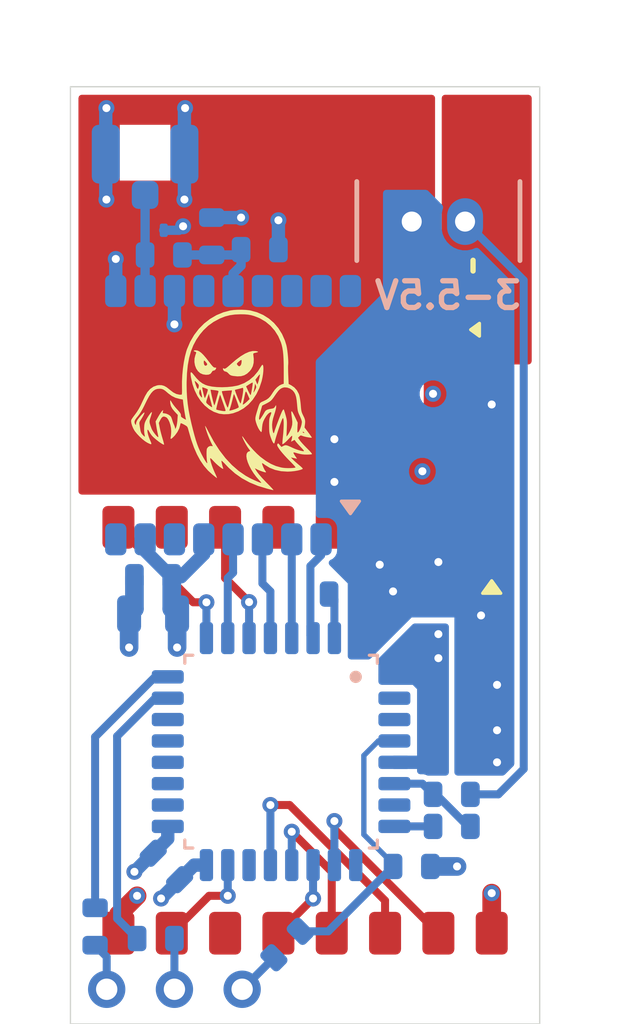
<source format=kicad_pcb>
(kicad_pcb (version 20241229) (generator "pcbnew") (generator_version "9.0")
  (title_block (date "2025-08-31") (rev "v0.2"))
  (layers (0 "F.Cu" signal) (4 "In1.Cu" power) (6 "In2.Cu" power) (2 "B.Cu" signal) (13 "F.Paste" user) (15 "B.Paste" user) (5 "F.SilkS" user "F.Silkscreen") (7 "B.SilkS" user "B.Silkscreen") (1 "F.Mask" user) (3 "B.Mask" user) (25 "Edge.Cuts" user))
  (net 0 "")
  (net 1 "+3V0")
  (net 2 "GND")
  (net 3 "/~{NRST}")
  (net 4 "/VIN")
  (net 5 "/VCC_RF")
  (net 6 "/LoRa_ANT")
  (net 7 "/RF_IN")
  (net 8 "/BOOT0")
  (net 9 "/VIN_ADC")
  (net 10 "/VIN_ADC_DIV_EN")
  (net 11 "/SWDIO")
  (net 12 "/SWCLK")
  (net 13 "/MISO")
  (net 14 "/ON_OFF")
  (net 15 "/MOSI")
  (net 16 "/DIO1")
  (net 17 "/GNSS_TXD")
  (net 22 "/1PPS")
  (net 23 "/BUSY")
  (net 24 "/GNSS_RxD")
  (net 27 "/SCK")
  (net 28 "/~{NSS}")
  (net 30 "/DIO3")
  (net 43 "Net-(U1-PA13)")
  (net 44 "Net-(U1-PA14)")
  (net 45 "Net-(U1-NRST)")
  (footprint "Custom:D_Texas_DPY0002A_0.6x1mm_P0.65mm" (layer "F.Cu") (at 128.6 107.3 180)
    (property "Reference" "D2" (hide yes))
    (property "Value" "TPD1E0B04DPY")
    (pad "1" smd roundrect (at -0.35 0 180) (size 0.3 0.5) (layers "F.Cu" "F.Mask" "F.Paste") (net 6 "/LoRa_ANT"))
    (pad "2" smd roundrect (at 0.35 0 180) (size 0.3 0.5) (layers "F.Cu" "F.Mask" "F.Paste") (net 2 "GND"))
  )
  (footprint "LOGO" (layer "F.Cu") (at 120 103.9)
    (property "Reference" "G***" (hide yes))
    (property "Value" "LOGO" (hide yes))
  )
  (footprint "Custom:C_0603_1608Metric" (layer "F.Cu") (at 128.9 105.1)
    (property "Reference" "C8" (hide yes))
    (property "Value" "1u")
    (pad "1" smd roundrect (at -0.7 0) (size 0.7 0.95) (layers "F.Cu" "F.Mask" "F.Paste") (net 1 "+3V0"))
    (pad "2" smd roundrect (at 0.7 0) (size 0.7 0.95) (layers "F.Cu" "F.Mask" "F.Paste") (net 2 "GND"))
  )
  (footprint "Custom:C_0603_1608Metric" (layer "F.Cu") (at 127.6 100 180)
    (property "Reference" "C7" (hide yes))
    (property "Value" "1u")
    (pad "1" smd roundrect (at -0.7 0 180) (size 0.7 0.95) (layers "F.Cu" "F.Mask" "F.Paste") (net 4 "/VIN"))
    (pad "2" smd roundrect (at 0.7 0 180) (size 0.7 0.95) (layers "F.Cu" "F.Mask" "F.Paste") (net 2 "GND"))
  )
  (footprint "Custom:C_0805_2012Metric" (layer "F.Cu") (at 126 105.3 180)
    (property "Reference" "C9" (hide yes))
    (property "Value" "10u")
    (pad "1" smd roundrect (at -0.9 0 180) (size 0.9 1.4) (layers "F.Cu" "F.Mask" "F.Paste") (net 1 "+3V0"))
    (pad "2" smd roundrect (at 0.9 0 180) (size 0.9 1.4) (layers "F.Cu" "F.Mask" "F.Paste") (net 2 "GND"))
  )
  (footprint "Custom:C_0603_1608Metric" (layer "F.Cu") (at 125.4 106.9 180)
    (property "Reference" "C10" (hide yes))
    (property "Value" "100n")
    (pad "1" smd roundrect (at -0.7 0 180) (size 0.7 0.95) (layers "F.Cu" "F.Mask" "F.Paste") (net 1 "+3V0"))
    (pad "2" smd roundrect (at 0.7 0 180) (size 0.7 0.95) (layers "F.Cu" "F.Mask" "F.Paste") (net 2 "GND"))
  )
  (footprint "Custom:SOT-23-5" (layer "F.Cu") (at 127.3 102.5 -90)
    (property "Reference" "U2" (hide yes))
    (property "Value" "TLV75530PDBV")
    (pad "1" smd roundrect (at -1.1375 -0.95 270) (size 1.1 0.6) (layers "F.Cu" "F.Mask" "F.Paste") (net 4 "/VIN"))
    (pad "2" smd roundrect (at -1.1375 0 270) (size 1.1 0.6) (layers "F.Cu" "F.Mask" "F.Paste") (net 2 "GND"))
    (pad "3" smd roundrect (at -1.1375 0.95 270) (size 1.1 0.6) (layers "F.Cu" "F.Mask" "F.Paste") (net 4 "/VIN"))
    (pad "4" smd roundrect (at 1.1375 0.95 270) (size 1.1 0.6) (layers "F.Cu" "F.Mask" "F.Paste"))
    (pad "5" smd roundrect (at 1.1375 -0.95 270) (size 1.1 0.6) (layers "F.Cu" "F.Mask" "F.Paste") (net 1 "+3V0"))
  )
  (footprint "Custom:D_SOD-523" (layer "F.Cu") (at 127.6 98.8 180)
    (property "Reference" "D1" (hide yes))
    (property "Value" "ESD5Z6.0T1G")
    (pad "1" smd roundrect (at -0.7 0) (size 0.5 0.5) (layers "F.Cu" "F.Mask" "F.Paste") (net 4 "/VIN"))
    (pad "2" smd roundrect (at 0.7 0) (size 0.5 0.5) (layers "F.Cu" "F.Mask" "F.Paste") (net 2 "GND"))
  )
  (footprint "Custom:Ai-Thinker-Ra-01S" (layer "F.Cu") (at 122.6 116.2 -90)
    (property "Reference" "U3" (hide yes))
    (property "Value" "Ai-Thinker-Ra-01S")
    (pad "1" smd roundrect (at -7.25 -7 270) (size 2.3 1.3) (layers "F.Cu" "F.Mask" "F.Paste") (roundrect_rratio 0.1666666667) (net 6 "/LoRa_ANT"))
    (pad "2" smd roundrect (at -7.6 -5 270) (size 1.6 1.2) (layers "F.Cu" "F.Mask" "F.Paste") (roundrect_rratio 0.1666666667) (net 2 "GND"))
    (pad "3" smd roundrect (at -7.6 -3 270) (size 1.6 1.2) (layers "F.Cu" "F.Mask" "F.Paste") (roundrect_rratio 0.1666666667) (net 1 "+3V0"))
    (pad "4" smd roundrect (at -7.6 -1 270) (size 1.6 1.2) (layers "F.Cu" "F.Mask" "F.Paste") (roundrect_rratio 0.1666666667))
    (pad "5" smd roundrect (at -7.6 1 270) (size 1.6 1.2) (layers "F.Cu" "F.Mask" "F.Paste") (roundrect_rratio 0.1666666667))
    (pad "6" smd roundrect (at -7.6 3 270) (size 1.6 1.2) (layers "F.Cu" "F.Mask" "F.Paste") (roundrect_rratio 0.1666666667) (net 16 "/DIO1"))
    (pad "7" smd roundrect (at -7.6 5 270) (size 1.6 1.2) (layers "F.Cu" "F.Mask" "F.Paste") (roundrect_rratio 0.1666666667))
    (pad "8" smd roundrect (at -7.6 7 270) (size 1.6 1.2) (layers "F.Cu" "F.Mask" "F.Paste") (roundrect_rratio 0.1666666667) (net 30 "/DIO3"))
    (pad "9" smd roundrect (at 7.6 7 270) (size 1.6 1.2) (layers "F.Cu" "F.Mask" "F.Paste") (roundrect_rratio 0.1666666667) (net 2 "GND"))
    (pad "10" smd roundrect (at 7.6 5 270) (size 1.6 1.2) (layers "F.Cu" "F.Mask" "F.Paste") (roundrect_rratio 0.1666666667) (net 23 "/BUSY"))
    (pad "11" smd roundrect (at 7.6 3 270) (size 1.6 1.2) (layers "F.Cu" "F.Mask" "F.Paste") (roundrect_rratio 0.1666666667))
    (pad "12" smd roundrect (at 7.6 1 270) (size 1.6 1.2) (layers "F.Cu" "F.Mask" "F.Paste") (roundrect_rratio 0.1666666667) (net 27 "/SCK"))
    (pad "13" smd roundrect (at 7.6 -1 270) (size 1.6 1.2) (layers "F.Cu" "F.Mask" "F.Paste") (roundrect_rratio 0.1666666667) (net 13 "/MISO"))
    (pad "14" smd roundrect (at 7.6 -3 270) (size 1.6 1.2) (layers "F.Cu" "F.Mask" "F.Paste") (roundrect_rratio 0.1666666667) (net 15 "/MOSI"))
    (pad "15" smd roundrect (at 7.6 -5 270) (size 1.6 1.2) (layers "F.Cu" "F.Mask" "F.Paste") (roundrect_rratio 0.1666666667) (net 28 "/~{NSS}"))
    (pad "16" smd roundrect (at 7.6 -7 270) (size 1.6 1.2) (layers "F.Cu" "F.Mask" "F.Paste") (roundrect_rratio 0.1666666667) (net 2 "GND"))
  )
  (footprint "Custom:E108-GN03" (layer "B.Cu") (at 119.9 104.4 90)
    (property "Reference" "U4" (hide yes))
    (property "Value" "E108-GN03")
    (pad "1" smd roundrect (at -4.65 4.4 90) (size 1.2 0.8) (layers "B.Cu" "B.Mask" "B.Paste") (net 2 "GND"))
    (pad "2" smd roundrect (at -4.65 3.3 90) (size 1.2 0.8) (layers "B.Cu" "B.Mask" "B.Paste") (net 17 "/GNSS_TXD"))
    (pad "3" smd roundrect (at -4.65 2.2 90) (size 1.2 0.8) (layers "B.Cu" "B.Mask" "B.Paste") (net 24 "/GNSS_RxD"))
    (pad "4" smd roundrect (at -4.65 1.1 90) (size 1.2 0.8) (layers "B.Cu" "B.Mask" "B.Paste") (net 22 "/1PPS"))
    (pad "5" smd roundrect (at -4.65 0 90) (size 1.2 0.8) (layers "B.Cu" "B.Mask" "B.Paste") (net 14 "/ON_OFF"))
    (pad "6" smd roundrect (at -4.65 -1.1 90) (size 1.2 0.8) (layers "B.Cu" "B.Mask" "B.Paste") (net 1 "+3V0"))
    (pad "7" smd roundrect (at -4.65 -2.2 90) (size 1.2 0.8) (layers "B.Cu" "B.Mask" "B.Paste"))
    (pad "8" smd roundrect (at -4.65 -3.3 90) (size 1.2 0.8) (layers "B.Cu" "B.Mask" "B.Paste") (net 1 "+3V0"))
    (pad "9" smd roundrect (at -4.65 -4.4 90) (size 1.2 0.8) (layers "B.Cu" "B.Mask" "B.Paste"))
    (pad "10" smd roundrect (at 4.65 -4.4 90) (size 1.2 0.8) (layers "B.Cu" "B.Mask" "B.Paste") (net 2 "GND"))
    (pad "11" smd roundrect (at 4.65 -3.3 90) (size 1.2 0.8) (layers "B.Cu" "B.Mask" "B.Paste") (net 7 "/RF_IN"))
    (pad "12" smd roundrect (at 4.65 -2.2 90) (size 1.2 0.8) (layers "B.Cu" "B.Mask" "B.Paste") (net 2 "GND"))
    (pad "13" smd roundrect (at 4.65 -1.1 90) (size 1.2 0.8) (layers "B.Cu" "B.Mask" "B.Paste"))
    (pad "14" smd roundrect (at 4.65 0 90) (size 1.2 0.8) (layers "B.Cu" "B.Mask" "B.Paste") (net 5 "/VCC_RF"))
    (pad "15" smd roundrect (at 4.65 1.1 90) (size 1.2 0.8) (layers "B.Cu" "B.Mask" "B.Paste"))
    (pad "16" smd roundrect (at 4.65 2.2 90) (size 1.2 0.8) (layers "B.Cu" "B.Mask" "B.Paste"))
    (pad "17" smd roundrect (at 4.65 3.3 90) (size 1.2 0.8) (layers "B.Cu" "B.Mask" "B.Paste"))
    (pad "18" smd roundrect (at 4.65 4.4 90) (size 1.2 0.8) (layers "B.Cu" "B.Mask" "B.Paste"))
  )
  (footprint "Custom:R_0603_1608Metric" (layer "B.Cu") (at 128.1 119.8 180)
    (property "Reference" "R3" (hide yes))
    (property "Value" "10k")
    (pad "1" smd roundrect (at -0.7 0 180) (size 0.7 0.95) (layers "B.Cu" "B.Mask" "B.Paste") (net 9 "/VIN_ADC"))
    (pad "2" smd roundrect (at 0.7 0 180) (size 0.7 0.95) (layers "B.Cu" "B.Mask" "B.Paste") (net 10 "/VIN_ADC_DIV_EN"))
  )
  (footprint "Custom:D_Texas_DPY0002A_0.6x1mm_P0.65mm" (layer "B.Cu") (at 116.95 97.475)
    (property "Reference" "D3" (hide yes))
    (property "Value" "TPD1E0B04DPY")
    (pad "1" smd roundrect (at -0.35 0) (size 0.3 0.5) (layers "B.Cu" "B.Mask" "B.Paste") (net 7 "/RF_IN"))
    (pad "2" smd roundrect (at 0.35 0) (size 0.3 0.5) (layers "B.Cu" "B.Mask" "B.Paste") (net 2 "GND"))
  )
  (footprint "Custom:L_0603_1608Metric" (layer "B.Cu") (at 117.3 98.4)
    (property "Reference" "L1" (hide yes))
    (property "Value" "82n")
    (pad "1" smd roundrect (at -0.7 0) (size 0.7 0.95) (layers "B.Cu" "B.Mask" "B.Paste") (net 7 "/RF_IN"))
    (pad "2" smd roundrect (at 0.7 0) (size 0.7 0.95) (layers "B.Cu" "B.Mask" "B.Paste") (net 5 "/VCC_RF"))
  )
  (footprint "Connector_JST:JST_PH_S2B-PH-K_1x02_P2.00mm_Horizontal" (layer "B.Cu") (at 126.6 97.15)
    (property "Reference" "J1" (hide yes))
    (property "Value" "S2B-PH-K")
    (pad "1" thru_hole circle (at 0 0) (size 1.35 1.35) (drill 0.75) (layers "*.Cu" "*.Mask") (net 2 "GND"))
    (pad "2" thru_hole oval (at 2 0) (size 1.35 1.75) (drill 0.75) (layers "*.Cu" "*.Mask") (net 4 "/VIN"))
  )
  (footprint "Connector_Coaxial:U.FL_Hirose_U.FL-R-SMT-1_Vertical" (layer "B.Cu") (at 116.6 95.1 90)
    (property "Reference" "J2" (hide yes))
    (property "Value" "U.FL")
    (pad "1" smd roundrect (at -1.05 0 90) (size 1.05 1) (layers "B.Cu" "B.Mask" "B.Paste") (net 7 "/RF_IN"))
    (pad "2" smd roundrect (at 0.475 -1.475 90) (size 2.2 1.05) (layers "B.Cu" "B.Mask" "B.Paste") (roundrect_rratio 0.2380952381) (net 2 "GND"))
    (pad "2" smd roundrect (at 0.475 1.475 90) (size 2.2 1.05) (layers "B.Cu" "B.Mask" "B.Paste") (roundrect_rratio 0.2380952381) (net 2 "GND"))
    (zone (net 0) (net_name "") (layers "F.Cu" "B.Cu" "In1.Cu" "In2.Cu") (connect_pads (clearance 0)) (min_thickness 0.25)
      (keepout (tracks not_allowed) (vias not_allowed) (pads not_allowed) (copperpour not_allowed) (footprints allowed))
      (fill (thermal_gap 0.5) (thermal_bridge_width 0.5))
      (polygon (pts (xy 117.55 93.525) (xy 117.55 95.615) (xy 115.65 95.615) (xy 115.65 93.525)))
    )
  )
  (footprint "Custom:TestPoint_THT_D1.4mm_Drill0.8mm" (layer "B.Cu") (at 117.7 125.9)
    (property "Reference" "TP2" (hide yes))
    (property "Value" "TestPoint")
    (pad "1" thru_hole circle (at 0 0) (size 1.4 1.4) (drill 0.8) (layers "*.Cu") (remove_unused_layers yes) (net 11 "/SWDIO"))
  )
  (footprint "Custom:C_0603_1608Metric" (layer "B.Cu") (at 119.1 97.7 90)
    (property "Reference" "C14" (hide yes))
    (property "Value" "100p")
    (pad "1" smd roundrect (at -0.7 0 90) (size 0.7 0.95) (layers "B.Cu" "B.Mask" "B.Paste") (net 5 "/VCC_RF"))
    (pad "2" smd roundrect (at 0.7 0 90) (size 0.7 0.95) (layers "B.Cu" "B.Mask" "B.Paste") (net 2 "GND"))
  )
  (footprint "Custom:C_0603_1608Metric" (layer "B.Cu") (at 128.1 117.4)
    (property "Reference" "C4" (hide yes))
    (property "Value" "10n")
    (pad "1" smd roundrect (at -0.7 0) (size 0.7 0.95) (layers "B.Cu" "B.Mask" "B.Paste") (net 1 "+3V0"))
    (pad "2" smd roundrect (at 0.7 0) (size 0.7 0.95) (layers "B.Cu" "B.Mask" "B.Paste") (net 2 "GND"))
  )
  (footprint "Custom:R_0603_1608Metric" (layer "B.Cu") (at 117 124)
    (property "Reference" "R5" (hide yes))
    (property "Value" "100r")
    (pad "1" smd roundrect (at -0.7 0) (size 0.7 0.95) (layers "B.Cu" "B.Mask" "B.Paste") (net 43 "Net-(U1-PA13)"))
    (pad "2" smd roundrect (at 0.7 0) (size 0.7 0.95) (layers "B.Cu" "B.Mask" "B.Paste") (net 11 "/SWDIO"))
  )
  (footprint "Custom:C_0603_1608Metric" (layer "B.Cu") (at 128.1 116.2)
    (property "Reference" "C5" (hide yes))
    (property "Value" "1u")
    (pad "1" smd roundrect (at -0.7 0) (size 0.7 0.95) (layers "B.Cu" "B.Mask" "B.Paste") (net 1 "+3V0"))
    (pad "2" smd roundrect (at 0.7 0) (size 0.7 0.95) (layers "B.Cu" "B.Mask" "B.Paste") (net 2 "GND"))
  )
  (footprint "Custom:C_0603_1608Metric" (layer "B.Cu") (at 117.4 121.3 -45)
    (property "Reference" "C3" (hide yes))
    (property "Value" "100n")
    (pad "1" smd roundrect (at -0.7 0 315) (size 0.7 0.95) (layers "B.Cu" "B.Mask" "B.Paste") (net 1 "+3V0"))
    (pad "2" smd roundrect (at 0.7 0 315) (size 0.7 0.95) (layers "B.Cu" "B.Mask" "B.Paste") (net 2 "GND"))
  )
  (footprint "Custom:C_0805_2012Metric" (layer "B.Cu") (at 116.9 111.85 180)
    (property "Reference" "C11" (hide yes))
    (property "Value" "10u")
    (pad "1" smd roundrect (at -0.9 0 180) (size 0.9 1.4) (layers "B.Cu" "B.Mask" "B.Paste") (net 1 "+3V0"))
    (pad "2" smd roundrect (at 0.9 0 180) (size 0.9 1.4) (layers "B.Cu" "B.Mask" "B.Paste") (net 2 "GND"))
  )
  (footprint "Custom:C_0603_1608Metric" (layer "B.Cu") (at 128.1 114.5)
    (property "Reference" "C1" (hide yes))
    (property "Value" "4u7")
    (pad "1" smd roundrect (at -0.7 0) (size 0.7 0.95) (layers "B.Cu" "B.Mask" "B.Paste") (net 1 "+3V0"))
    (pad "2" smd roundrect (at 0.7 0) (size 0.7 0.95) (layers "B.Cu" "B.Mask" "B.Paste") (net 2 "GND"))
  )
  (footprint "Custom:R_0603_1608Metric" (layer "B.Cu") (at 114.725 123.55 -90)
    (property "Reference" "R6" (hide yes))
    (property "Value" "100r")
    (pad "1" smd roundrect (at -0.7 0 270) (size 0.7 0.95) (layers "B.Cu" "B.Mask" "B.Paste") (net 44 "Net-(U1-PA14)"))
    (pad "2" smd roundrect (at 0.7 0 270) (size 0.7 0.95) (layers "B.Cu" "B.Mask" "B.Paste") (net 12 "/SWCLK"))
  )
  (footprint "Custom:C_0603_1608Metric" (layer "B.Cu") (at 126 112.7 135)
    (property "Reference" "C2" (hide yes))
    (property "Value" "100n")
    (pad "1" smd roundrect (at -0.7 0 135) (size 0.7 0.95) (layers "B.Cu" "B.Mask" "B.Paste") (net 1 "+3V0"))
    (pad "2" smd roundrect (at 0.7 0 135) (size 0.7 0.95) (layers "B.Cu" "B.Mask" "B.Paste") (net 2 "GND"))
  )
  (footprint "Custom:TestPoint_THT_D1.4mm_Drill0.8mm" (layer "B.Cu") (at 120.24 125.9)
    (property "Reference" "TP1" (hide yes))
    (property "Value" "TestPoint")
    (pad "1" thru_hole circle (at 0 0) (size 1.4 1.4) (drill 0.8) (layers "*.Cu") (remove_unused_layers yes) (net 3 "/~{NRST}"))
  )
  (footprint "Custom:TestPoint_THT_D1.4mm_Drill0.8mm" (layer "B.Cu") (at 115.16 125.9)
    (property "Reference" "TP3" (hide yes))
    (property "Value" "TestPoint")
    (pad "1" thru_hole circle (at 0 0) (size 1.4 1.4) (drill 0.8) (layers "*.Cu") (remove_unused_layers yes) (net 12 "/SWCLK"))
  )
  (footprint "Custom:R_0603_1608Metric" (layer "B.Cu") (at 121.925 124.225 45)
    (property "Reference" "R4" (hide yes))
    (property "Value" "10k")
    (pad "1" smd roundrect (at -0.7 0 45) (size 0.7 0.95) (layers "B.Cu" "B.Mask" "B.Paste") (net 3 "/~{NRST}"))
    (pad "2" smd roundrect (at 0.7 0 45) (size 0.7 0.95) (layers "B.Cu" "B.Mask" "B.Paste") (net 45 "Net-(U1-NRST)"))
  )
  (footprint "Custom:C_0603_1608Metric" (layer "B.Cu") (at 120.9 98.2)
    (property "Reference" "C13" (hide yes))
    (property "Value" "100n")
    (pad "1" smd roundrect (at -0.7 0) (size 0.7 0.95) (layers "B.Cu" "B.Mask" "B.Paste") (net 5 "/VCC_RF"))
    (pad "2" smd roundrect (at 0.7 0) (size 0.7 0.95) (layers "B.Cu" "B.Mask" "B.Paste") (net 2 "GND"))
  )
  (footprint "Custom:R_0603_1608Metric" (layer "B.Cu") (at 128.1 118.6 180)
    (property "Reference" "R2" (hide yes))
    (property "Value" "10k")
    (pad "1" smd roundrect (at -0.7 0 180) (size 0.7 0.95) (layers "B.Cu" "B.Mask" "B.Paste") (net 4 "/VIN"))
    (pad "2" smd roundrect (at 0.7 0 180) (size 0.7 0.95) (layers "B.Cu" "B.Mask" "B.Paste") (net 9 "/VIN_ADC"))
  )
  (footprint "Custom:LQFP-32_7x7mm_P0.8mm" (layer "B.Cu") (at 121.7 117 180)
    (property "Reference" "U1" (hide yes))
    (property "Value" "STM32L412K8Tx")
    (pad "1" smd roundrect (at -4.25 2.8 180) (size 1.2 0.5) (layers "B.Cu" "B.Mask" "B.Paste") (net 1 "+3V0"))
    (pad "2" smd roundrect (at -4.25 2 180) (size 1.2 0.5) (layers "B.Cu" "B.Mask" "B.Paste"))
    (pad "3" smd roundrect (at -4.25 1.2 180) (size 1.2 0.5) (layers "B.Cu" "B.Mask" "B.Paste"))
    (pad "4" smd roundrect (at -4.25 0.4 180) (size 1.2 0.5) (layers "B.Cu" "B.Mask" "B.Paste") (net 45 "Net-(U1-NRST)"))
    (pad "5" smd roundrect (at -4.25 -0.4 180) (size 1.2 0.5) (layers "B.Cu" "B.Mask" "B.Paste") (net 1 "+3V0"))
    (pad "6" smd roundrect (at -4.25 -1.2 180) (size 1.2 0.5) (layers "B.Cu" "B.Mask" "B.Paste") (net 9 "/VIN_ADC"))
    (pad "7" smd roundrect (at -4.25 -2 180) (size 1.2 0.5) (layers "B.Cu" "B.Mask" "B.Paste"))
    (pad "8" smd roundrect (at -4.25 -2.8 180) (size 1.2 0.5) (layers "B.Cu" "B.Mask" "B.Paste") (net 10 "/VIN_ADC_DIV_EN"))
    (pad "9" smd roundrect (at -2.8 -4.25 180) (size 0.5 1.2) (layers "B.Cu" "B.Mask" "B.Paste"))
    (pad "10" smd roundrect (at -2 -4.25 180) (size 0.5 1.2) (layers "B.Cu" "B.Mask" "B.Paste") (net 28 "/~{NSS}"))
    (pad "11" smd roundrect (at -1.2 -4.25 180) (size 0.5 1.2) (layers "B.Cu" "B.Mask" "B.Paste") (net 27 "/SCK"))
    (pad "12" smd roundrect (at -0.4 -4.25 180) (size 0.5 1.2) (layers "B.Cu" "B.Mask" "B.Paste") (net 13 "/MISO"))
    (pad "13" smd roundrect (at 0.4 -4.25 180) (size 0.5 1.2) (layers "B.Cu" "B.Mask" "B.Paste") (net 15 "/MOSI"))
    (pad "14" smd roundrect (at 1.2 -4.25 180) (size 0.5 1.2) (layers "B.Cu" "B.Mask" "B.Paste"))
    (pad "15" smd roundrect (at 2 -4.25 180) (size 0.5 1.2) (layers "B.Cu" "B.Mask" "B.Paste") (net 23 "/BUSY"))
    (pad "16" smd roundrect (at 2.8 -4.25 180) (size 0.5 1.2) (layers "B.Cu" "B.Mask" "B.Paste") (net 2 "GND"))
    (pad "17" smd roundrect (at 4.25 -2.8 180) (size 1.2 0.5) (layers "B.Cu" "B.Mask" "B.Paste") (net 1 "+3V0"))
    (pad "18" smd roundrect (at 4.25 -2 180) (size 1.2 0.5) (layers "B.Cu" "B.Mask" "B.Paste"))
    (pad "19" smd roundrect (at 4.25 -1.2 180) (size 1.2 0.5) (layers "B.Cu" "B.Mask" "B.Paste"))
    (pad "20" smd roundrect (at 4.25 -0.4 180) (size 1.2 0.5) (layers "B.Cu" "B.Mask" "B.Paste"))
    (pad "21" smd roundrect (at 4.25 0.4 180) (size 1.2 0.5) (layers "B.Cu" "B.Mask" "B.Paste"))
    (pad "22" smd roundrect (at 4.25 1.2 180) (size 1.2 0.5) (layers "B.Cu" "B.Mask" "B.Paste"))
    (pad "23" smd roundrect (at 4.25 2 180) (size 1.2 0.5) (layers "B.Cu" "B.Mask" "B.Paste") (net 43 "Net-(U1-PA13)"))
    (pad "24" smd roundrect (at 4.25 2.8 180) (size 1.2 0.5) (layers "B.Cu" "B.Mask" "B.Paste") (net 44 "Net-(U1-PA14)"))
    (pad "25" smd roundrect (at 2.8 4.25 180) (size 0.5 1.2) (layers "B.Cu" "B.Mask" "B.Paste") (net 30 "/DIO3"))
    (pad "26" smd roundrect (at 2 4.25 180) (size 0.5 1.2) (layers "B.Cu" "B.Mask" "B.Paste") (net 14 "/ON_OFF"))
    (pad "27" smd roundrect (at 1.2 4.25 180) (size 0.5 1.2) (layers "B.Cu" "B.Mask" "B.Paste") (net 16 "/DIO1"))
    (pad "28" smd roundrect (at 0.4 4.25 180) (size 0.5 1.2) (layers "B.Cu" "B.Mask" "B.Paste") (net 22 "/1PPS"))
    (pad "29" smd roundrect (at -0.4 4.25 180) (size 0.5 1.2) (layers "B.Cu" "B.Mask" "B.Paste") (net 24 "/GNSS_RxD"))
    (pad "30" smd roundrect (at -1.2 4.25 180) (size 0.5 1.2) (layers "B.Cu" "B.Mask" "B.Paste") (net 17 "/GNSS_TXD"))
    (pad "31" smd roundrect (at -2 4.25 180) (size 0.5 1.2) (layers "B.Cu" "B.Mask" "B.Paste") (net 8 "/BOOT0"))
    (pad "32" smd roundrect (at -2.8 4.25 180) (size 0.5 1.2) (layers "B.Cu" "B.Mask" "B.Paste") (net 2 "GND"))
  )
  (footprint "Custom:C_0603_1608Metric" (layer "B.Cu") (at 116.9 110.45 180)
    (property "Reference" "C12" (hide yes))
    (property "Value" "100n")
    (pad "1" smd roundrect (at -0.7 0 180) (size 0.7 0.95) (layers "B.Cu" "B.Mask" "B.Paste") (net 1 "+3V0"))
    (pad "2" smd roundrect (at 0.7 0 180) (size 0.7 0.95) (layers "B.Cu" "B.Mask" "B.Paste") (net 2 "GND"))
  )
  (footprint "Custom:C_0603_1608Metric" (layer "B.Cu") (at 126.6 121.3)
    (property "Reference" "C6" (hide yes))
    (property "Value" "100n")
    (pad "1" smd roundrect (at -0.7 0) (size 0.7 0.95) (layers "B.Cu" "B.Mask" "B.Paste") (net 45 "Net-(U1-NRST)"))
    (pad "2" smd roundrect (at 0.7 0) (size 0.7 0.95) (layers "B.Cu" "B.Mask" "B.Paste") (net 2 "GND"))
  )
  (footprint "Custom:R_0603_1608Metric" (layer "B.Cu") (at 124.2 111.1)
    (property "Reference" "R1" (hide yes))
    (property "Value" "10k")
    (pad "1" smd roundrect (at -0.7 0) (size 0.7 0.95) (layers "B.Cu" "B.Mask" "B.Paste") (net 8 "/BOOT0"))
    (pad "2" smd roundrect (at 0.7 0) (size 0.7 0.95) (layers "B.Cu" "B.Mask" "B.Paste") (net 2 "GND"))
  )
  (gr_line (start 128.9 98.6) (end 128.9 99) (stroke (width 0.2)) (layer "F.SilkS"))
  (gr_rect (start 113.8 92.1) (end 131.4 127.2) (stroke (width 0.05)) (fill no) (layer "Edge.Cuts"))
  (gr_text "3-5.5V" (at 130.8 100.5 0) (layer "B.SilkS") (effects (font (size 1 1) (thickness 0.2) (bold yes)) (justify left bottom mirror)))
  (via (at 127 106.5) (size 0.6) (drill 0.3) (layers "F.Cu" "B.Cu") (net 1))
  (via (at 127.4 103.6) (size 0.6) (drill 0.3) (layers "F.Cu" "B.Cu") (net 1))
  (via (at 116.2 121.5) (size 0.6) (drill 0.3) (layers "F.Cu" "B.Cu") (net 1))
  (via (at 127.6 112.6) (size 0.6) (drill 0.3) (layers "F.Cu" "B.Cu") (net 1))
  (via (at 127.6 113.5) (size 0.6) (drill 0.3) (layers "F.Cu" "B.Cu") (net 1))
  (via (at 117.8 113.1) (size 0.6) (drill 0.3) (layers "F.Cu" "B.Cu") (net 1))
  (segment (start 117.8 111.85) (end 117.8 113.1) (width 0.7) (layer "B.Cu") (net 1))
  (segment (start 125.95 117.4) (end 127.4 117.4) (width 0.5) (layer "B.Cu") (net 1))
  (segment (start 117.45 119.8) (end 117.45 120.26005) (width 0.5) (layer "B.Cu") (net 1))
  (segment (start 117.6 111.65) (end 117.6 110.45) (width 0.7) (layer "B.Cu") (net 1))
  (segment (start 118.8 109.6) (end 118.8 109.05) (width 0.5) (layer "B.Cu") (net 1))
  (segment (start 117.8 111.85) (end 117.6 111.65) (width 0.7) (layer "B.Cu") (net 1))
  (segment (start 117.45 120.26005) (end 116.905025 120.805025) (width 0.5) (layer "B.Cu") (net 1))
  (segment (start 116.894975 120.805025) (end 116.2 121.5) (width 0.5) (layer "B.Cu") (net 1))
  (segment (start 117.6 110.45) (end 117.95 110.45) (width 0.5) (layer "B.Cu") (net 1))
  (segment (start 117.573804 110.45) (end 116.6 109.476196) (width 0.5) (layer "B.Cu") (net 1))
  (segment (start 117.005025 120.805025) (end 116.994975 120.805025) (width 0.5) (layer "B.Cu") (net 1))
  (segment (start 116.6 109.476196) (end 116.6 109.05) (width 0.5) (layer "B.Cu") (net 1))
  (segment (start 117.6 110.45) (end 117.573804 110.45) (width 0.5) (layer "B.Cu") (net 1))
  (segment (start 117.95 110.45) (end 118.8 109.6) (width 0.5) (layer "B.Cu") (net 1))
  (segment (start 127.3 100.4) (end 126.9 100) (width 0.6) (layer "F.Cu") (net 2))
  (segment (start 115.6 123.1) (end 116.3 122.4) (width 0.7) (layer "F.Cu") (net 2))
  (segment (start 129.6 105.1) (end 129.6 104) (width 0.7) (layer "F.Cu") (net 2))
  (segment (start 127.6 108.6) (end 127.6 107.95) (width 0.5) (layer "F.Cu") (net 2))
  (segment (start 127.6 107.95) (end 128.25 107.3) (width 0.5) (layer "F.Cu") (net 2))
  (segment (start 115.6 123.8) (end 115.6 123.1) (width 0.7) (layer "F.Cu") (net 2))
  (segment (start 127.6 109.9) (end 127.6 108.6) (width 0.7) (layer "F.Cu") (net 2))
  (segment (start 127.3 101.3625) (end 127.3 100.4) (width 0.6) (layer "F.Cu") (net 2))
  (segment (start 129.6 123.8) (end 129.6 122.3) (width 0.7) (layer "F.Cu") (net 2))
  (via (at 121.6 97.1) (size 0.6) (drill 0.3) (layers "F.Cu" "B.Cu") (net 2))
  (via (at 117.2 122.5) (size 0.6) (drill 0.3) (layers "F.Cu" "B.Cu") (net 2))
  (via (at 118.025 97.325) (size 0.6) (drill 0.3) (layers "F.Cu" "B.Cu") (net 2))
  (via (at 115.15 92.9) (size 0.6) (drill 0.3) (layers "F.Cu" "B.Cu") (net 2))
  (via (at 129.8 114.5) (size 0.6) (drill 0.3) (layers "F.Cu" "B.Cu") (net 2))
  (via (at 123.7 105.3) (size 0.6) (drill 0.3) (layers "F.Cu" "B.Cu") (net 2))
  (via (at 116 113.1) (size 0.6) (drill 0.3) (layers "F.Cu" "B.Cu") (net 2))
  (via (at 120.2 97) (size 0.6) (drill 0.3) (layers "F.Cu" "B.Cu") (net 2))
  (via (at 125.4 110) (size 0.6) (drill 0.3) (layers "F.Cu" "B.Cu") (net 2))
  (via (at 127.6 109.9) (size 0.6) (drill 0.3) (layers "F.Cu" "B.Cu") (net 2))
  (via (at 125.9 111) (size 0.6) (drill 0.3) (layers "F.Cu" "B.Cu") (net 2))
  (via (at 117.7 101) (size 0.6) (drill 0.3) (layers "F.Cu" "B.Cu") (net 2))
  (via (at 129.6 122.3) (size 0.6) (drill 0.3) (layers "F.Cu" "B.Cu") (net 2))
  (via (at 118.1 92.9) (size 0.6) (drill 0.3) (layers "F.Cu" "B.Cu") (net 2))
  (via (at 129.8 116.2) (size 0.6) (drill 0.3) (layers "F.Cu" "B.Cu") (net 2))
  (via (at 129.2 111.9) (size 0.6) (drill 0.3) (layers "F.Cu" "B.Cu") (net 2))
  (via (at 129.8 117.4) (size 0.6) (drill 0.3) (layers "F.Cu" "B.Cu") (net 2))
  (via (at 115.5 98.55) (size 0.6) (drill 0.3) (layers "F.Cu" "B.Cu") (net 2))
  (via (at 115.15 96.325) (size 0.6) (drill 0.3) (layers "F.Cu" "B.Cu") (net 2))
  (via (at 123.7 106.9) (size 0.6) (drill 0.3) (layers "F.Cu" "B.Cu") (net 2))
  (via (at 128.3 121.3) (size 0.6) (drill 0.3) (layers "F.Cu" "B.Cu") (net 2))
  (via (at 116.3 122.4) (size 0.6) (drill 0.3) (layers "F.Cu" "B.Cu") (net 2))
  (via (at 129.6 104) (size 0.6) (drill 0.3) (layers "F.Cu" "B.Cu") (net 2))
  (via (at 118.075 96.325) (size 0.6) (drill 0.3) (layers "F.Cu" "B.Cu") (net 2))
  (segment (start 127.3 121.3) (end 128.3 121.3) (width 0.7) (layer "B.Cu") (net 2))
  (segment (start 118.9 121.25) (end 118.43995 121.25) (width 0.5) (layer "B.Cu") (net 2))
  (segment (start 115.5 99.75) (end 115.5 98.55) (width 0.5) (layer "B.Cu") (net 2))
  (segment (start 117.994975 121.794975) (end 117.994975 121.805025) (width 0.5) (layer "B.Cu") (net 2))
  (segment (start 117.894975 121.805025) (end 117.2 122.5) (width 0.5) (layer "B.Cu") (net 2))
  (segment (start 116.2 110.45) (end 116.2 111.65) (width 0.7) (layer "B.Cu") (net 2))
  (segment (start 121.6 98.2) (end 121.6 97.1) (width 0.5) (layer "B.Cu") (net 2))
  (segment (start 118.075 94.625) (end 118.075 96.325) (width 0.5) (layer "B.Cu") (net 2))
  (segment (start 118.075 92.925) (end 118.1 92.9) (width 0.5) (layer "B.Cu") (net 2))
  (segment (start 115.125 94.625) (end 115.125 96.3) (width 0.5) (layer "B.Cu") (net 2))
  (segment (start 116.2 111.65) (end 116 111.85) (width 0.7) (layer "B.Cu") (net 2))
  (segment (start 118.43995 121.25) (end 117.894975 121.794975) (width 0.5) (layer "B.Cu") (net 2))
  (segment (start 119.1 97) (end 120.2 97) (width 0.5) (layer "B.Cu") (net 2))
  (segment (start 118.075 94.625) (end 118.075 92.925) (width 0.5) (layer "B.Cu") (net 2))
  (segment (start 117.875 97.475) (end 118.025 97.325) (width 0.3493) (layer "B.Cu") (net 2))
  (segment (start 117.3 97.475) (end 117.875 97.475) (width 0.3493) (layer "B.Cu") (net 2))
  (segment (start 115.125 94.625) (end 115.125 92.925) (width 0.5) (layer "B.Cu") (net 2))
  (segment (start 115.125 96.3) (end 115.15 96.325) (width 0.5) (layer "B.Cu") (net 2))
  (segment (start 116 111.85) (end 116 113.1) (width 0.7) (layer "B.Cu") (net 2))
  (segment (start 115.125 92.925) (end 115.15 92.9) (width 0.5) (layer "B.Cu") (net 2))
  (segment (start 117.7 99.75) (end 117.7 101) (width 0.5) (layer "B.Cu") (net 2))
  (segment (start 120.25 125.9) (end 121.430025 124.719975) (width 0.3) (layer "B.Cu") (net 3))
  (segment (start 120.24 125.9) (end 120.25 125.9) (width 0.3) (layer "B.Cu") (net 3))
  (segment (start 128.25 101.912499) (end 128.25 101.3625) (width 0.3) (layer "F.Cu") (net 4))
  (segment (start 127.898999 102.2635) (end 128.25 101.912499) (width 0.3) (layer "F.Cu") (net 4))
  (segment (start 126.938322 102.2635) (end 127.898999 102.2635) (width 0.3) (layer "F.Cu") (net 4))
  (segment (start 126.35 101.3625) (end 126.35 101.675178) (width 0.3) (layer "F.Cu") (net 4))
  (segment (start 126.35 101.675178) (end 126.938322 102.2635) (width 0.3) (layer "F.Cu") (net 4))
  (segment (start 128.6 97.15) (end 130.8 99.35) (width 0.3) (layer "B.Cu") (net 4))
  (segment (start 130.8 99.35) (end 130.8 117.65) (width 0.3) (layer "B.Cu") (net 4))
  (segment (start 129.85 118.6) (end 128.8 118.6) (width 0.3) (layer "B.Cu") (net 4))
  (segment (start 130.8 117.65) (end 129.85 118.6) (width 0.3) (layer "B.Cu") (net 4))
  (segment (start 119.9 99.1) (end 120.2 98.8) (width 0.3493) (layer "B.Cu") (net 5))
  (segment (start 118 98.4) (end 119.1 98.4) (width 0.3493) (layer "B.Cu") (net 5))
  (segment (start 119.1 98.4) (end 120 98.4) (width 0.3493) (layer "B.Cu") (net 5))
  (segment (start 119.9 99.75) (end 119.9 99.1) (width 0.3493) (layer "B.Cu") (net 5))
  (segment (start 120.2 98.8) (end 120.2 98.2) (width 0.3493) (layer "B.Cu") (net 5))
  (segment (start 120 98.4) (end 120.2 98.2) (width 0.3493) (layer "B.Cu") (net 5))
  (segment (start 129.6 108.95) (end 129.6 107.95) (width 0.5) (layer "F.Cu") (net 6))
  (segment (start 129.6 107.95) (end 128.95 107.3) (width 0.5) (layer "F.Cu") (net 6))
  (segment (start 116.6 99.75) (end 116.6 96.15) (width 0.3493) (layer "B.Cu") (net 7))
  (segment (start 123.7 112.75) (end 123.7 111.3) (width 0.3) (layer "B.Cu") (net 8))
  (segment (start 123.7 111.3) (end 123.5 111.1) (width 0.3) (layer "B.Cu") (net 8))
  (segment (start 128.711863 119.8) (end 128.8 119.8) (width 0.3) (layer "B.Cu") (net 9))
  (segment (start 127.511863 118.6) (end 128.711863 119.8) (width 0.3) (layer "B.Cu") (net 9))
  (segment (start 127.4 118.6) (end 127 118.2) (width 0.3) (layer "B.Cu") (net 9))
  (segment (start 127.4 118.6) (end 127.511863 118.6) (width 0.3) (layer "B.Cu") (net 9))
  (segment (start 127 118.2) (end 125.95 118.2) (width 0.3) (layer "B.Cu") (net 9))
  (segment (start 125.95 119.8) (end 127.4 119.8) (width 0.3) (layer "B.Cu") (net 10))
  (segment (start 117.7 125.9) (end 117.7 124) (width 0.3) (layer "B.Cu") (net 11))
  (segment (start 115.16 124.685) (end 114.725 124.25) (width 0.3) (layer "B.Cu") (net 12))
  (segment (start 115.16 125.9) (end 115.16 124.685) (width 0.3) (layer "B.Cu") (net 12))
  (segment (start 122.1 120) (end 123.6 121.5) (width 0.3) (layer "F.Cu") (net 13))
  (segment (start 123.6 121.5) (end 123.6 123.8) (width 0.3) (layer "F.Cu") (net 13))
  (via (at 122.1 120) (size 0.6) (drill 0.3) (layers "F.Cu" "B.Cu") (net 13))
  (segment (start 122.1 121.25) (end 122.1 120) (width 0.3) (layer "B.Cu") (net 13))
  (segment (start 119.9 110.3) (end 119.9 109.05) (width 0.3) (layer "B.Cu") (net 14))
  (segment (start 119.7 110.5) (end 119.9 110.3) (width 0.3) (layer "B.Cu") (net 14))
  (segment (start 119.7 112.75) (end 119.7 110.5) (width 0.3) (layer "B.Cu") (net 14))
  (segment (start 125.6 122.579346) (end 125.6 123.8) (width 0.3) (layer "F.Cu") (net 15))
  (segment (start 121.3 119) (end 122.020654 119) (width 0.3) (layer "F.Cu") (net 15))
  (segment (start 122.020654 119) (end 125.6 122.579346) (width 0.3) (layer "F.Cu") (net 15))
  (via (at 121.3 119) (size 0.6) (drill 0.3) (layers "F.Cu" "B.Cu") (net 15))
  (segment (start 121.3 121.25) (end 121.3 119) (width 0.3) (layer "B.Cu") (net 15))
  (segment (start 119.6 110.5) (end 119.6 108.6) (width 0.3) (layer "F.Cu") (net 16))
  (segment (start 120.5 111.4) (end 119.6 110.5) (width 0.3) (layer "F.Cu") (net 16))
  (via (at 120.5 111.4) (size 0.6) (drill 0.3) (layers "F.Cu" "B.Cu") (net 16))
  (segment (start 120.5 112.75) (end 120.5 111.4) (width 0.3) (layer "B.Cu") (net 16))
  (segment (start 122.8 112.65) (end 122.8 110.05) (width 0.3) (layer "B.Cu") (net 17))
  (segment (start 122.8 110.05) (end 123.2 109.65) (width 0.3) (layer "B.Cu") (net 17))
  (segment (start 123.2 109.65) (end 123.2 109.05) (width 0.3) (layer "B.Cu") (net 17))
  (segment (start 122.9 112.75) (end 122.8 112.65) (width 0.3) (layer "B.Cu") (net 17))
  (segment (start 121.3 111) (end 121 110.7) (width 0.3) (layer "B.Cu") (net 22))
  (segment (start 121.3 112.75) (end 121.3 111) (width 0.3) (layer "B.Cu") (net 22))
  (segment (start 121 110.7) (end 121 109.05) (width 0.3) (layer "B.Cu") (net 22))
  (segment (start 119.7 122.4) (end 119 122.4) (width 0.3) (layer "F.Cu") (net 23))
  (segment (start 119 122.4) (end 117.6 123.8) (width 0.3) (layer "F.Cu") (net 23))
  (via (at 119.7 122.4) (size 0.6) (drill 0.3) (layers "F.Cu" "B.Cu") (net 23))
  (segment (start 119.7 121.25) (end 119.7 122.4) (width 0.3) (layer "B.Cu") (net 23))
  (segment (start 122.1 112.75) (end 122.1 109.05) (width 0.3) (layer "B.Cu") (net 24))
  (segment (start 122.9 122.5) (end 121.6 123.8) (width 0.3) (layer "F.Cu") (net 27))
  (via (at 122.9 122.5) (size 0.6) (drill 0.3) (layers "F.Cu" "B.Cu") (net 27))
  (segment (start 122.9 121.25) (end 122.9 122.5) (width 0.3) (layer "B.Cu") (net 27))
  (segment (start 123.7 119.9) (end 127.6 123.8) (width 0.3) (layer "F.Cu") (net 28))
  (segment (start 123.7 119.6) (end 123.7 119.9) (width 0.3) (layer "F.Cu") (net 28))
  (via (at 123.7 119.6) (size 0.6) (drill 0.3) (layers "F.Cu" "B.Cu") (net 28))
  (segment (start 123.7 121.25) (end 123.7 119.6) (width 0.3) (layer "B.Cu") (net 28))
  (segment (start 118.90004 111.408277) (end 118.408277 111.408277) (width 0.3) (layer "F.Cu") (net 30))
  (segment (start 118.408277 111.408277) (end 115.6 108.6) (width 0.3) (layer "F.Cu") (net 30))
  (via (at 118.90004 111.408277) (size 0.6) (drill 0.3) (layers "F.Cu" "B.Cu") (net 30))
  (segment (start 118.9 112.75) (end 118.9 111.408317) (width 0.3) (layer "B.Cu") (net 30))
  (segment (start 118.9 111.408317) (end 118.90004 111.408277) (width 0.3) (layer "B.Cu") (net 30))
  (segment (start 115.55 116.42337) (end 116.97337 115) (width 0.3) (layer "B.Cu") (net 43))
  (segment (start 116.3 124) (end 115.55 123.25) (width 0.3) (layer "B.Cu") (net 43))
  (segment (start 116.97337 115) (end 117.45 115) (width 0.3) (layer "B.Cu") (net 43))
  (segment (start 115.55 123.25) (end 115.55 116.42337) (width 0.3) (layer "B.Cu") (net 43))
  (segment (start 116.97337 114.2) (end 117.45 114.2) (width 0.3) (layer "B.Cu") (net 44))
  (segment (start 114.725 116.44837) (end 116.97337 114.2) (width 0.3) (layer "B.Cu") (net 44))
  (segment (start 114.725 122.85) (end 114.725 116.44837) (width 0.3) (layer "B.Cu") (net 44))
  (segment (start 125.350001 116.6) (end 124.804918 117.145083) (width 0.2) (layer "B.Cu") (net 45))
  (segment (start 123.469975 123.730025) (end 125.9 121.3) (width 0.3) (layer "B.Cu") (net 45))
  (segment (start 125.9 121.2) (end 125.9 121.3) (width 0.2) (layer "B.Cu") (net 45))
  (segment (start 124.804918 117.145083) (end 124.804918 120.104918) (width 0.2) (layer "B.Cu") (net 45))
  (segment (start 124.804918 120.104918) (end 125.9 121.2) (width 0.2) (layer "B.Cu") (net 45))
  (segment (start 125.95 116.6) (end 125.350001 116.6) (width 0.2) (layer "B.Cu") (net 45))
  (segment (start 122.419975 123.730025) (end 123.469975 123.730025) (width 0.3) (layer "B.Cu") (net 45))
  (zone (net 2) (net_name "GND") (layer "F.Cu") (priority 7) (connect_pads yes (clearance 0.2)) (min_thickness 0.25) (fill yes (thermal_gap 0.5) (thermal_bridge_width 0.5))
    (polygon (pts (xy 127.475 100.525) (xy 126.01875 100.525) (xy 125.8 100.74375) (xy 125.8 105.7) (xy 125.175 106.303448) (xy 125.175 107.307112) (xy 125.107112 107.375) (xy 113.8 107.375) (xy 113.8 92.075) (xy 125.8 92.075) (xy 127.475 92.075)))
  )
  (zone (net 4) (net_name "/VIN") (layer "F.Cu") (priority 5) (connect_pads yes (clearance 0.2)) (min_thickness 0.25) (fill yes (thermal_gap 0.5) (thermal_bridge_width 0.5))
    (polygon (pts (xy 127.725 92.075) (xy 127.725 102.5) (xy 131.375 102.5) (xy 131.375 92.075)))
  )
  (zone (net 1) (net_name "+3V0") (layer "F.Cu") (priority 4) (connect_pads yes (clearance 0.2)) (min_thickness 0.25) (fill yes (thermal_gap 0.5) (thermal_bridge_width 0.5))
    (polygon (pts (xy 126.7 104.5) (xy 127.05 104.15) (xy 127.05 102.7) (xy 129.05 102.7) (xy 129.05 105.60386) (xy 126.55 108.060154) (xy 126.55 109.5) (xy 124.95 109.5) (xy 124.95 107.6) (xy 125.125 107.6) (xy 125.45 107.275) (xy 125.45 106.3) (xy 125.6 106.3) (xy 126.05 105.85) (xy 126.05 104.5)))
  )
  (zone (net 2) (net_name "GND") (layer "B.Cu") (priority 6) (connect_pads yes (clearance 0.2)) (min_thickness 0.25) (fill yes (thermal_gap 0.5) (thermal_bridge_width 0.5))
    (polygon (pts (xy 130.5 117.9) (xy 128.2 117.9) (xy 128.2 111.975) (xy 126.6 111.975) (xy 125.025 113.55) (xy 124.2 113.55) (xy 124.2 110.7) (xy 123.003615 109.503615) (xy 122.999361 102.349975) (xy 125.519511 99.819431) (xy 125.522329 95.960941) (xy 127.177092 95.960234) (xy 130.5 99.28172)))
  )
  (zone (net 1) (net_name "+3V0") (layer "B.Cu") (priority 3) (connect_pads yes (clearance 0.2)) (min_thickness 0.25) (fill yes (thermal_gap 0.5) (thermal_bridge_width 0.5))
    (polygon (pts (xy 126.6 112.2) (xy 128 112.2) (xy 128 117.9) (xy 126.8 117.9) (xy 126.8 114.6625) (xy 126.6375 114.5) (xy 125.35 114.5) (xy 125.35 113.45)))
  )
)
</source>
